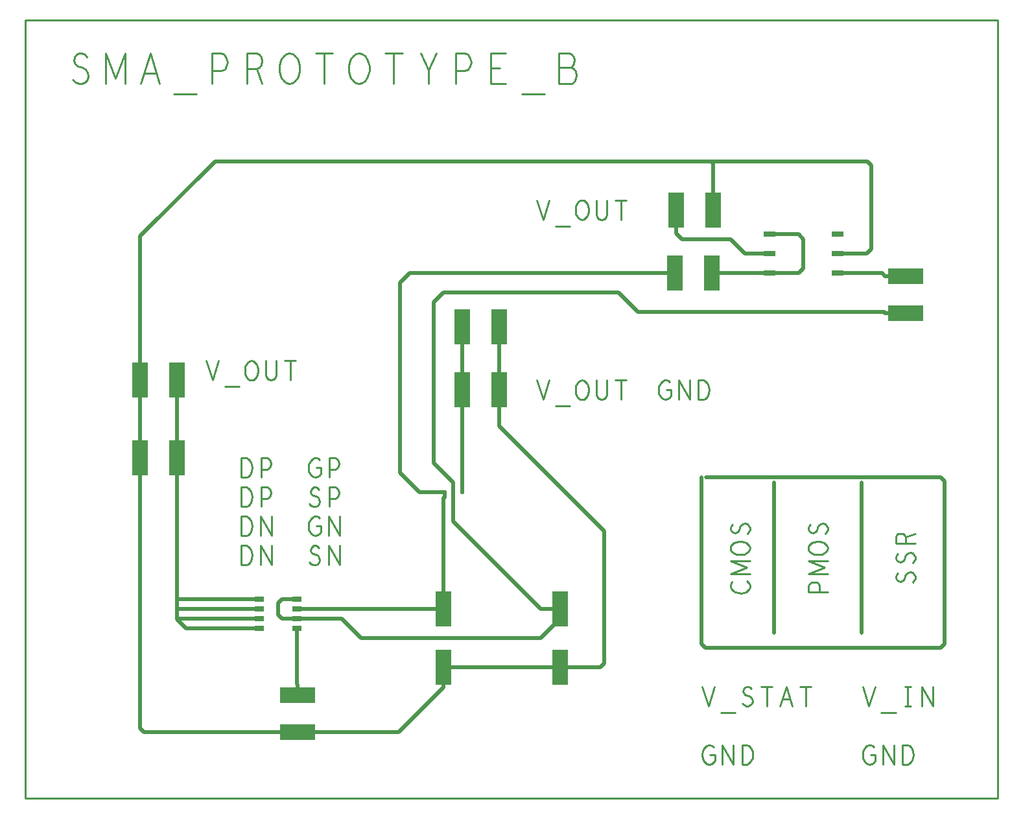
<source format=gbr>
G04 ================== begin FILE IDENTIFICATION RECORD ==================*
G04 Layout Name:  SMA_Prototype_B.brd*
G04 Film Name:    TOP_OUTLINE*
G04 File Format:  Gerber RS274X*
G04 File Origin:  Cadence Allegro 17.2-S025*
G04 Origin Date:  Tue Mar 20 17:58:26 2018*
G04 *
G04 Layer:  BOARD GEOMETRY/OUTLINE*
G04 Layer:  VIA CLASS/TOP*
G04 Layer:  PIN/TOP*
G04 Layer:  ETCH/TOP*
G04 *
G04 Offset:    (0.000 0.000)*
G04 Mirror:    No*
G04 Mode:      Positive*
G04 Rotation:  0*
G04 FullContactRelief:  No*
G04 UndefLineWidth:     10.000*
G04 ================== end FILE IDENTIFICATION RECORD ====================*
%FSLAX25Y25*MOIN*%
%IR0*IPPOS*OFA0.00000B0.00000*MIA0B0*SFA1.00000B1.00000*%
%ADD11R,.18X.08*%
%ADD10R,.08X.18*%
%ADD12R,.05X.025*%
%ADD13C,.022*%
%ADD14R,.064961X.025591*%
%ADD15C,.02*%
%ADD16C,.01*%
G75*
%LPD*%
G75*
G54D10*
X59000Y-225000D03*
X78000D03*
X59000Y-185000D03*
X78000D03*
X215000Y-332500D03*
Y-302500D03*
X224500Y-190000D03*
Y-157500D03*
X243500Y-190000D03*
Y-157500D03*
X275000Y-332500D03*
Y-302500D03*
X334000Y-130000D03*
X353000D03*
X353500Y-97500D03*
X334500D03*
G54D11*
X140000Y-366000D03*
Y-347000D03*
X452500Y-150500D03*
Y-131500D03*
G54D12*
X120250Y-307500D03*
Y-312500D03*
Y-302500D03*
Y-297500D03*
X139750Y-312500D03*
Y-307500D03*
Y-302500D03*
Y-297500D03*
G54D13*
X224500Y-242500D03*
X220000D03*
X215500D03*
G54D14*
X382480Y-130000D03*
Y-120000D03*
Y-110000D03*
X417520D03*
Y-120000D03*
Y-130000D03*
G54D15*
G01X140000Y-366000D02*
X61000D01*
X59000Y-364000D01*
Y-225000D01*
G01X78000D02*
Y-297500D01*
G01X120250D02*
X78000D01*
G01X120250Y-302500D02*
X78000D01*
G01Y-308000D02*
X82500Y-312500D01*
X120250D01*
G01X78000Y-302500D02*
Y-308000D01*
G01D02*
X78500Y-307500D01*
X120250D01*
G01X78000Y-297500D02*
Y-302500D01*
G01X59000Y-185000D02*
Y-225000D01*
G01X78000D02*
Y-185000D01*
G01X352500Y-72500D02*
X97500D01*
X59000Y-111000D01*
Y-185000D01*
G01X215000Y-332500D02*
Y-343000D01*
X192000Y-366000D01*
X140000D01*
G01X139750Y-312500D02*
Y-341250D01*
X140000Y-341500D01*
Y-347000D01*
G01X139750Y-297500D02*
X132000D01*
X130000Y-299500D01*
Y-305500D01*
X132000Y-307500D01*
X139750D01*
G01X275000Y-302500D02*
Y-307500D01*
X265000Y-317500D01*
X172500D01*
X162500Y-307500D01*
X139750D01*
G01X215000Y-302500D02*
X139750D01*
G01X215500Y-242500D02*
X202500D01*
X192500Y-232500D01*
Y-135000D01*
X197500Y-130000D01*
X334000D01*
G01X275000Y-332500D02*
X215000D01*
G01X215500Y-242500D02*
Y-245100D01*
X215000Y-245600D01*
Y-302500D01*
G01X275000D02*
X265000D01*
X220000Y-257500D01*
Y-242500D01*
G01D02*
Y-237500D01*
X210000Y-227500D01*
Y-145000D01*
X215000Y-140000D01*
X305000D01*
X315000Y-150000D01*
X441500D01*
X442000Y-150500D01*
X452500D01*
G01X224500Y-242500D02*
Y-190000D01*
G01D02*
Y-157500D01*
G01X275000Y-332500D02*
X295500D01*
X297500Y-330500D01*
Y-262500D01*
X243500Y-208500D01*
Y-190000D01*
G01Y-157500D02*
Y-190000D01*
G01X350000Y-235000D02*
X470500D01*
X472500Y-237000D01*
Y-320500D01*
X470500Y-322500D01*
X349500D01*
X347500Y-320500D01*
Y-235000D01*
G01X382480Y-120000D02*
X370000D01*
X362500Y-112500D01*
X337500D01*
X334500Y-109500D01*
Y-97500D01*
G01X353000Y-130000D02*
X382480D01*
G01X353500Y-97500D02*
Y-73500D01*
X352500Y-72500D01*
G01X417520Y-120000D02*
X432500D01*
X435000Y-117500D01*
Y-74500D01*
X433000Y-72500D01*
X352500D01*
G01X385000Y-237500D02*
Y-315000D01*
G01X382480Y-130000D02*
X397500D01*
X400000Y-127500D01*
Y-112500D01*
X397500Y-110000D01*
X382480D01*
G01X430000Y-237500D02*
Y-315000D01*
G01X452500Y-131500D02*
X442000D01*
X440500Y-130000D01*
X417520D01*
G54D16*
G01X500000Y-400000D02*
Y0D01*
X0D01*
Y-400000D01*
X500000D01*
G01X24255Y-30420D02*
X25815Y-31720D01*
X27570Y-32500D01*
X29130D01*
X30690Y-31720D01*
X31860Y-30420D01*
X32445Y-28600D01*
X32055Y-26780D01*
X31080Y-25220D01*
X29325Y-24180D01*
X26985Y-23660D01*
X25620Y-22620D01*
X25035Y-20800D01*
X25425Y-18980D01*
X26400Y-17680D01*
X27765Y-16900D01*
X29130D01*
X30495Y-17420D01*
X31665Y-18720D01*
G01X41180Y-32500D02*
Y-16900D01*
X46250Y-29900D01*
X51320Y-16900D01*
Y-32500D01*
G01X59275D02*
X64150Y-16900D01*
X69025Y-32500D01*
G01X67270Y-27040D02*
X61030D01*
G01X76200Y-37700D02*
X87900D01*
G01X96050Y-32500D02*
Y-16900D01*
X100730D01*
X102290Y-17680D01*
X103460Y-19500D01*
X103850Y-21580D01*
X103460Y-23660D01*
X102485Y-25220D01*
X100730Y-26000D01*
X96050D01*
G01X113950Y-32500D02*
Y-16900D01*
X118825D01*
X120385Y-17680D01*
X121360Y-18720D01*
X121750Y-20800D01*
X121360Y-22880D01*
X120190Y-24180D01*
X118825Y-24960D01*
X113950D01*
G01X118825D02*
X121750Y-32500D01*
G01X135750D02*
X134190Y-32240D01*
X132825Y-31200D01*
X131655Y-29640D01*
X130875Y-27820D01*
X130485Y-25740D01*
Y-23660D01*
X130875Y-21580D01*
X131655Y-19760D01*
X132825Y-18200D01*
X134190Y-17160D01*
X135750Y-16900D01*
X137310Y-17160D01*
X138675Y-18200D01*
X139845Y-19760D01*
X140625Y-21580D01*
X141015Y-23660D01*
Y-25740D01*
X140625Y-27820D01*
X139845Y-29640D01*
X138675Y-31200D01*
X137310Y-32240D01*
X135750Y-32500D01*
G01X153650Y-16900D02*
Y-32500D01*
G01X149165Y-16900D02*
X158135D01*
G01X171550Y-32500D02*
X169990Y-32240D01*
X168625Y-31200D01*
X167455Y-29640D01*
X166675Y-27820D01*
X166285Y-25740D01*
Y-23660D01*
X166675Y-21580D01*
X167455Y-19760D01*
X168625Y-18200D01*
X169990Y-17160D01*
X171550Y-16900D01*
X173110Y-17160D01*
X174475Y-18200D01*
X175645Y-19760D01*
X176425Y-21580D01*
X176815Y-23660D01*
Y-25740D01*
X176425Y-27820D01*
X175645Y-29640D01*
X174475Y-31200D01*
X173110Y-32240D01*
X171550Y-32500D01*
G01X189450Y-16900D02*
Y-32500D01*
G01X184965Y-16900D02*
X193935D01*
G01X207350Y-32500D02*
Y-25480D01*
X203450Y-16900D01*
G01X211250D02*
X207350Y-25480D01*
G01X221350Y-32500D02*
Y-16900D01*
X226030D01*
X227590Y-17680D01*
X228760Y-19500D01*
X229150Y-21580D01*
X228760Y-23660D01*
X227785Y-25220D01*
X226030Y-26000D01*
X221350D01*
G01X247050Y-32500D02*
X239250D01*
Y-16900D01*
X247050D01*
G01X243930Y-24440D02*
X239250D01*
G01X255200Y-37700D02*
X266900D01*
G01X280510Y-24180D02*
X281290Y-23400D01*
X281875Y-22100D01*
X282265Y-20280D01*
X281875Y-18720D01*
X281095Y-17680D01*
X279730Y-16900D01*
X274465D01*
Y-32500D01*
X280900D01*
X282265Y-31460D01*
X283045Y-29900D01*
X283435Y-28080D01*
X283045Y-26260D01*
X281875Y-24700D01*
X280510Y-24180D01*
X274465D01*
G01X93125Y-175000D02*
X96250Y-185000D01*
X99375Y-175000D01*
G01X102500Y-188333D02*
X110000D01*
G01X116250Y-185000D02*
X115250Y-184833D01*
X114375Y-184167D01*
X113625Y-183167D01*
X113125Y-182000D01*
X112875Y-180667D01*
Y-179333D01*
X113125Y-178000D01*
X113625Y-176833D01*
X114375Y-175834D01*
X115250Y-175167D01*
X116250Y-175000D01*
X117250Y-175167D01*
X118125Y-175834D01*
X118875Y-176833D01*
X119375Y-178000D01*
X119625Y-179333D01*
Y-180667D01*
X119375Y-182000D01*
X118875Y-183167D01*
X118125Y-184167D01*
X117250Y-184833D01*
X116250Y-185000D01*
G01X123500Y-175000D02*
Y-182167D01*
X124000Y-183667D01*
X125000Y-184667D01*
X126250Y-185000D01*
X127500Y-184667D01*
X128500Y-183667D01*
X129000Y-182167D01*
Y-175000D01*
G01X136250D02*
Y-185000D01*
G01X133375Y-175000D02*
X139125D01*
G01X111000Y-280000D02*
Y-270000D01*
X113500D01*
X114500Y-270500D01*
X115250Y-271167D01*
X115875Y-272166D01*
X116375Y-273334D01*
X116500Y-275000D01*
X116375Y-276667D01*
X115875Y-277834D01*
X115250Y-278834D01*
X114500Y-279500D01*
X113500Y-280000D01*
X111000D01*
G01X120875D02*
Y-270000D01*
X126625Y-280000D01*
Y-270000D01*
G01X111000Y-265000D02*
Y-255000D01*
X113500D01*
X114500Y-255500D01*
X115250Y-256167D01*
X115875Y-257166D01*
X116375Y-258334D01*
X116500Y-260000D01*
X116375Y-261667D01*
X115875Y-262834D01*
X115250Y-263834D01*
X114500Y-264500D01*
X113500Y-265000D01*
X111000D01*
G01X120875D02*
Y-255000D01*
X126625Y-265000D01*
Y-255000D01*
G01X111000Y-235000D02*
Y-225000D01*
X113500D01*
X114500Y-225500D01*
X115250Y-226167D01*
X115875Y-227166D01*
X116375Y-228334D01*
X116500Y-230000D01*
X116375Y-231667D01*
X115875Y-232834D01*
X115250Y-233834D01*
X114500Y-234500D01*
X113500Y-235000D01*
X111000D01*
G01X121250D02*
Y-225000D01*
X124250D01*
X125250Y-225500D01*
X126000Y-226667D01*
X126250Y-228000D01*
X126000Y-229333D01*
X125375Y-230333D01*
X124250Y-230834D01*
X121250D01*
G01X111000Y-250000D02*
Y-240000D01*
X113500D01*
X114500Y-240500D01*
X115250Y-241167D01*
X115875Y-242166D01*
X116375Y-243334D01*
X116500Y-245000D01*
X116375Y-246667D01*
X115875Y-247834D01*
X115250Y-248834D01*
X114500Y-249500D01*
X113500Y-250000D01*
X111000D01*
G01X121250D02*
Y-240000D01*
X124250D01*
X125250Y-240500D01*
X126000Y-241667D01*
X126250Y-243000D01*
X126000Y-244333D01*
X125375Y-245333D01*
X124250Y-245834D01*
X121250D01*
G01X149500Y-260000D02*
X152000D01*
Y-263000D01*
X151250Y-264000D01*
X150375Y-264667D01*
X149125Y-265000D01*
X147875Y-264667D01*
X147000Y-264000D01*
X146250Y-263000D01*
X145750Y-261833D01*
X145500Y-260500D01*
Y-259333D01*
X145750Y-258334D01*
X146250Y-257166D01*
X147000Y-256167D01*
X147750Y-255500D01*
X148750Y-255000D01*
X149625D01*
X150625Y-255333D01*
X151375Y-256000D01*
G01X155875Y-265000D02*
Y-255000D01*
X161625Y-265000D01*
Y-255000D01*
G01X146125Y-278667D02*
X147125Y-279500D01*
X148250Y-280000D01*
X149250D01*
X150250Y-279500D01*
X151000Y-278667D01*
X151375Y-277500D01*
X151125Y-276334D01*
X150500Y-275333D01*
X149375Y-274667D01*
X147875Y-274333D01*
X147000Y-273667D01*
X146625Y-272500D01*
X146875Y-271333D01*
X147500Y-270500D01*
X148375Y-270000D01*
X149250D01*
X150125Y-270333D01*
X150875Y-271167D01*
G01X155875Y-280000D02*
Y-270000D01*
X161625Y-280000D01*
Y-270000D01*
G01X149500Y-230000D02*
X152000D01*
Y-233000D01*
X151250Y-234000D01*
X150375Y-234667D01*
X149125Y-235000D01*
X147875Y-234667D01*
X147000Y-234000D01*
X146250Y-233000D01*
X145750Y-231833D01*
X145500Y-230500D01*
Y-229333D01*
X145750Y-228334D01*
X146250Y-227166D01*
X147000Y-226167D01*
X147750Y-225500D01*
X148750Y-225000D01*
X149625D01*
X150625Y-225333D01*
X151375Y-226000D01*
G01X156250Y-235000D02*
Y-225000D01*
X159250D01*
X160250Y-225500D01*
X161000Y-226667D01*
X161250Y-228000D01*
X161000Y-229333D01*
X160375Y-230333D01*
X159250Y-230834D01*
X156250D01*
G01X146125Y-248667D02*
X147125Y-249500D01*
X148250Y-250000D01*
X149250D01*
X150250Y-249500D01*
X151000Y-248667D01*
X151375Y-247500D01*
X151125Y-246334D01*
X150500Y-245333D01*
X149375Y-244667D01*
X147875Y-244333D01*
X147000Y-243667D01*
X146625Y-242500D01*
X146875Y-241333D01*
X147500Y-240500D01*
X148375Y-240000D01*
X149250D01*
X150125Y-240333D01*
X150875Y-241167D01*
G01X156250Y-250000D02*
Y-240000D01*
X159250D01*
X160250Y-240500D01*
X161000Y-241667D01*
X161250Y-243000D01*
X161000Y-244333D01*
X160375Y-245333D01*
X159250Y-245834D01*
X156250D01*
G01X263125Y-185000D02*
X266250Y-195000D01*
X269375Y-185000D01*
G01X272500Y-198333D02*
X280000D01*
G01X286250Y-195000D02*
X285250Y-194833D01*
X284375Y-194167D01*
X283625Y-193167D01*
X283125Y-192000D01*
X282875Y-190667D01*
Y-189333D01*
X283125Y-188000D01*
X283625Y-186833D01*
X284375Y-185834D01*
X285250Y-185167D01*
X286250Y-185000D01*
X287250Y-185167D01*
X288125Y-185834D01*
X288875Y-186833D01*
X289375Y-188000D01*
X289625Y-189333D01*
Y-190667D01*
X289375Y-192000D01*
X288875Y-193167D01*
X288125Y-194167D01*
X287250Y-194833D01*
X286250Y-195000D01*
G01X293500Y-185000D02*
Y-192167D01*
X294000Y-193667D01*
X295000Y-194667D01*
X296250Y-195000D01*
X297500Y-194667D01*
X298500Y-193667D01*
X299000Y-192167D01*
Y-185000D01*
G01X306250D02*
Y-195000D01*
G01X303375Y-185000D02*
X309125D01*
G01X263125Y-92500D02*
X266250Y-102500D01*
X269375Y-92500D01*
G01X272500Y-105833D02*
X280000D01*
G01X286250Y-102500D02*
X285250Y-102333D01*
X284375Y-101667D01*
X283625Y-100667D01*
X283125Y-99500D01*
X282875Y-98167D01*
Y-96833D01*
X283125Y-95500D01*
X283625Y-94333D01*
X284375Y-93334D01*
X285250Y-92667D01*
X286250Y-92500D01*
X287250Y-92667D01*
X288125Y-93334D01*
X288875Y-94333D01*
X289375Y-95500D01*
X289625Y-96833D01*
Y-98167D01*
X289375Y-99500D01*
X288875Y-100667D01*
X288125Y-101667D01*
X287250Y-102333D01*
X286250Y-102500D01*
G01X293500Y-92500D02*
Y-99667D01*
X294000Y-101167D01*
X295000Y-102167D01*
X296250Y-102500D01*
X297500Y-102167D01*
X298500Y-101167D01*
X299000Y-99667D01*
Y-92500D01*
G01X306250D02*
Y-102500D01*
G01X303375Y-92500D02*
X309125D01*
G01X352000Y-377500D02*
X354500D01*
Y-380500D01*
X353750Y-381500D01*
X352875Y-382167D01*
X351625Y-382500D01*
X350375Y-382167D01*
X349500Y-381500D01*
X348750Y-380500D01*
X348250Y-379333D01*
X348000Y-378000D01*
Y-376833D01*
X348250Y-375834D01*
X348750Y-374666D01*
X349500Y-373667D01*
X350250Y-373000D01*
X351250Y-372500D01*
X352125D01*
X353125Y-372833D01*
X353875Y-373500D01*
G01X358375Y-382500D02*
Y-372500D01*
X364125Y-382500D01*
Y-372500D01*
G01X368500Y-382500D02*
Y-372500D01*
X371000D01*
X372000Y-373000D01*
X372750Y-373667D01*
X373375Y-374666D01*
X373875Y-375834D01*
X374000Y-377500D01*
X373875Y-379167D01*
X373375Y-380334D01*
X372750Y-381334D01*
X372000Y-382000D01*
X371000Y-382500D01*
X368500D01*
G01X348125Y-342500D02*
X351250Y-352500D01*
X354375Y-342500D01*
G01X357500Y-355833D02*
X365000D01*
G01X368625Y-351167D02*
X369625Y-352000D01*
X370750Y-352500D01*
X371750D01*
X372750Y-352000D01*
X373500Y-351167D01*
X373875Y-350000D01*
X373625Y-348834D01*
X373000Y-347833D01*
X371875Y-347167D01*
X370375Y-346833D01*
X369500Y-346167D01*
X369125Y-345000D01*
X369375Y-343833D01*
X370000Y-343000D01*
X370875Y-342500D01*
X371750D01*
X372625Y-342833D01*
X373375Y-343667D01*
G01X381250Y-342500D02*
Y-352500D01*
G01X378375Y-342500D02*
X384125D01*
G01X388125Y-352500D02*
X391250Y-342500D01*
X394375Y-352500D01*
G01X393250Y-349000D02*
X389250D01*
G01X401250Y-342500D02*
Y-352500D01*
G01X398375Y-342500D02*
X404125D01*
G01X329500Y-190000D02*
X332000D01*
Y-193000D01*
X331250Y-194000D01*
X330375Y-194667D01*
X329125Y-195000D01*
X327875Y-194667D01*
X327000Y-194000D01*
X326250Y-193000D01*
X325750Y-191833D01*
X325500Y-190500D01*
Y-189333D01*
X325750Y-188334D01*
X326250Y-187166D01*
X327000Y-186167D01*
X327750Y-185500D01*
X328750Y-185000D01*
X329625D01*
X330625Y-185333D01*
X331375Y-186000D01*
G01X335875Y-195000D02*
Y-185000D01*
X341625Y-195000D01*
Y-185000D01*
G01X346000Y-195000D02*
Y-185000D01*
X348500D01*
X349500Y-185500D01*
X350250Y-186167D01*
X350875Y-187166D01*
X351375Y-188334D01*
X351500Y-190000D01*
X351375Y-191667D01*
X350875Y-192834D01*
X350250Y-193834D01*
X349500Y-194500D01*
X348500Y-195000D01*
X346000D01*
G01X363334Y-288500D02*
X362833Y-289250D01*
X362500Y-290125D01*
Y-291125D01*
X363000Y-292250D01*
X363833Y-293125D01*
X364833Y-293750D01*
X366500Y-294250D01*
X368000Y-294375D01*
X369500Y-294125D01*
X370500Y-293750D01*
X371500Y-293000D01*
X372167Y-292125D01*
X372500Y-291250D01*
Y-290375D01*
X372167Y-289500D01*
X371667Y-288750D01*
X371000Y-288125D01*
G01X372500Y-284500D02*
X362500D01*
X370833Y-281250D01*
X362500Y-278000D01*
X372500D01*
G01Y-271250D02*
X372333Y-272250D01*
X371667Y-273125D01*
X370667Y-273875D01*
X369500Y-274375D01*
X368167Y-274625D01*
X366833D01*
X365500Y-274375D01*
X364333Y-273875D01*
X363334Y-273125D01*
X362667Y-272250D01*
X362500Y-271250D01*
X362667Y-270250D01*
X363334Y-269375D01*
X364333Y-268625D01*
X365500Y-268125D01*
X366833Y-267875D01*
X368167D01*
X369500Y-268125D01*
X370667Y-268625D01*
X371667Y-269375D01*
X372333Y-270250D01*
X372500Y-271250D01*
G01X371167Y-263875D02*
X372000Y-262875D01*
X372500Y-261750D01*
Y-260750D01*
X372000Y-259750D01*
X371167Y-259000D01*
X370000Y-258625D01*
X368834Y-258875D01*
X367833Y-259500D01*
X367167Y-260625D01*
X366833Y-262125D01*
X366167Y-263000D01*
X365000Y-263375D01*
X363833Y-263125D01*
X363000Y-262500D01*
X362500Y-261625D01*
Y-260750D01*
X362833Y-259875D01*
X363667Y-259125D01*
G01X412500Y-293750D02*
X402500D01*
Y-290750D01*
X403000Y-289750D01*
X404167Y-289000D01*
X405500Y-288750D01*
X406833Y-289000D01*
X407833Y-289625D01*
X408334Y-290750D01*
Y-293750D01*
G01X412500Y-284500D02*
X402500D01*
X410833Y-281250D01*
X402500Y-278000D01*
X412500D01*
G01Y-271250D02*
X412333Y-272250D01*
X411667Y-273125D01*
X410667Y-273875D01*
X409500Y-274375D01*
X408167Y-274625D01*
X406833D01*
X405500Y-274375D01*
X404333Y-273875D01*
X403334Y-273125D01*
X402667Y-272250D01*
X402500Y-271250D01*
X402667Y-270250D01*
X403334Y-269375D01*
X404333Y-268625D01*
X405500Y-268125D01*
X406833Y-267875D01*
X408167D01*
X409500Y-268125D01*
X410667Y-268625D01*
X411667Y-269375D01*
X412333Y-270250D01*
X412500Y-271250D01*
G01X411167Y-263875D02*
X412000Y-262875D01*
X412500Y-261750D01*
Y-260750D01*
X412000Y-259750D01*
X411167Y-259000D01*
X410000Y-258625D01*
X408834Y-258875D01*
X407833Y-259500D01*
X407167Y-260625D01*
X406833Y-262125D01*
X406167Y-263000D01*
X405000Y-263375D01*
X403833Y-263125D01*
X403000Y-262500D01*
X402500Y-261625D01*
Y-260750D01*
X402833Y-259875D01*
X403667Y-259125D01*
G01X434500Y-377500D02*
X437000D01*
Y-380500D01*
X436250Y-381500D01*
X435375Y-382167D01*
X434125Y-382500D01*
X432875Y-382167D01*
X432000Y-381500D01*
X431250Y-380500D01*
X430750Y-379333D01*
X430500Y-378000D01*
Y-376833D01*
X430750Y-375834D01*
X431250Y-374666D01*
X432000Y-373667D01*
X432750Y-373000D01*
X433750Y-372500D01*
X434625D01*
X435625Y-372833D01*
X436375Y-373500D01*
G01X440875Y-382500D02*
Y-372500D01*
X446625Y-382500D01*
Y-372500D01*
G01X451000Y-382500D02*
Y-372500D01*
X453500D01*
X454500Y-373000D01*
X455250Y-373667D01*
X455875Y-374666D01*
X456375Y-375834D01*
X456500Y-377500D01*
X456375Y-379167D01*
X455875Y-380334D01*
X455250Y-381334D01*
X454500Y-382000D01*
X453500Y-382500D01*
X451000D01*
G01X430625Y-342500D02*
X433750Y-352500D01*
X436875Y-342500D01*
G01X440000Y-355833D02*
X447500D01*
G01X452250Y-342500D02*
X455250D01*
G01X453750D02*
Y-352500D01*
G01X452250D02*
X455250D01*
G01X460875D02*
Y-342500D01*
X466625Y-352500D01*
Y-342500D01*
G01X456167Y-288875D02*
X457000Y-287875D01*
X457500Y-286750D01*
Y-285750D01*
X457000Y-284750D01*
X456167Y-284000D01*
X455000Y-283625D01*
X453834Y-283875D01*
X452833Y-284500D01*
X452167Y-285625D01*
X451833Y-287125D01*
X451167Y-288000D01*
X450000Y-288375D01*
X448833Y-288125D01*
X448000Y-287500D01*
X447500Y-286625D01*
Y-285750D01*
X447833Y-284875D01*
X448667Y-284125D01*
G01X456167Y-278875D02*
X457000Y-277875D01*
X457500Y-276750D01*
Y-275750D01*
X457000Y-274750D01*
X456167Y-274000D01*
X455000Y-273625D01*
X453834Y-273875D01*
X452833Y-274500D01*
X452167Y-275625D01*
X451833Y-277125D01*
X451167Y-278000D01*
X450000Y-278375D01*
X448833Y-278125D01*
X448000Y-277500D01*
X447500Y-276625D01*
Y-275750D01*
X447833Y-274875D01*
X448667Y-274125D01*
G01X457500Y-268750D02*
X447500D01*
Y-265625D01*
X448000Y-264625D01*
X448667Y-264000D01*
X450000Y-263750D01*
X451333Y-264000D01*
X452167Y-264750D01*
X452667Y-265625D01*
Y-268750D01*
G01Y-265625D02*
X457500Y-263750D01*
M02*

</source>
